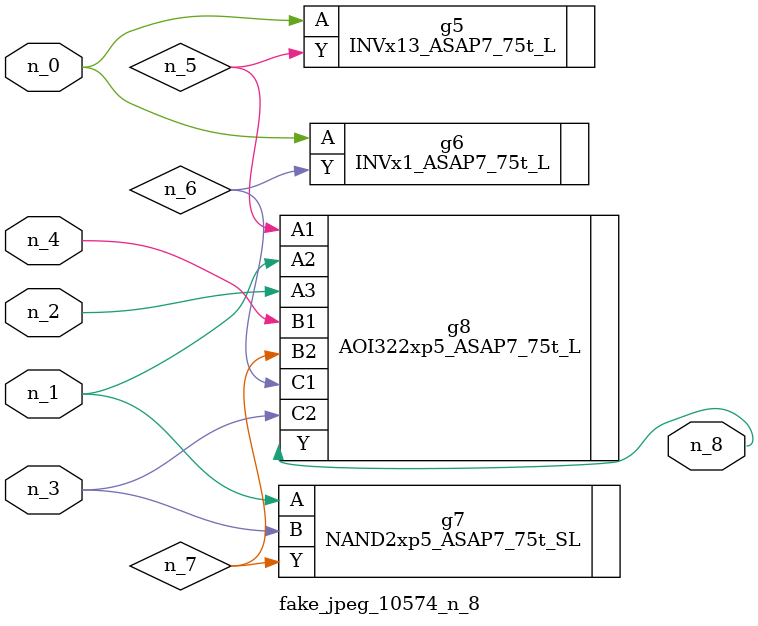
<source format=v>
module fake_jpeg_10574_n_8 (n_3, n_2, n_1, n_0, n_4, n_8);

input n_3;
input n_2;
input n_1;
input n_0;
input n_4;

output n_8;

wire n_6;
wire n_5;
wire n_7;

INVx13_ASAP7_75t_L g5 ( 
.A(n_0),
.Y(n_5)
);

INVx1_ASAP7_75t_L g6 ( 
.A(n_0),
.Y(n_6)
);

NAND2xp5_ASAP7_75t_SL g7 ( 
.A(n_1),
.B(n_3),
.Y(n_7)
);

AOI322xp5_ASAP7_75t_L g8 ( 
.A1(n_5),
.A2(n_1),
.A3(n_2),
.B1(n_4),
.B2(n_7),
.C1(n_6),
.C2(n_3),
.Y(n_8)
);


endmodule
</source>
